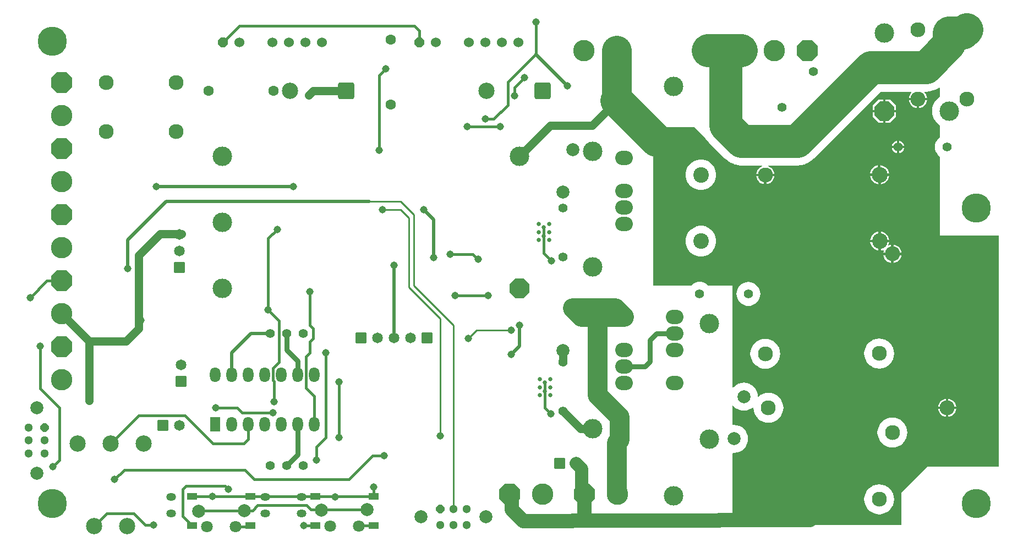
<source format=gtl>
G04*
G04 #@! TF.GenerationSoftware,Altium Limited,Altium Designer,21.3.2 (30)*
G04*
G04 Layer_Physical_Order=1*
G04 Layer_Color=255*
%FSLAX25Y25*%
%MOIN*%
G70*
G04*
G04 #@! TF.SameCoordinates,82E3065C-4493-458C-8774-CE3C9F48797D*
G04*
G04*
G04 #@! TF.FilePolarity,Positive*
G04*
G01*
G75*
%ADD10C,0.01000*%
%ADD14C,0.01500*%
%ADD17R,0.06000X0.04000*%
%ADD47C,0.05000*%
%ADD48C,0.02000*%
%ADD49C,0.08000*%
%ADD50C,0.12000*%
%ADD51C,0.08500*%
%ADD52C,0.20000*%
%ADD53C,0.03000*%
%ADD54C,0.18000*%
%ADD55P,0.05540X8X22.5*%
%ADD56C,0.05118*%
%ADD57C,0.07874*%
%ADD58P,0.05540X8X292.5*%
%ADD59C,0.05512*%
%ADD60C,0.11811*%
%ADD61C,0.12992*%
%ADD62P,0.14063X8X22.5*%
%ADD63O,0.10630X0.08819*%
%ADD64C,0.09055*%
%ADD65C,0.07087*%
%ADD66C,0.06000*%
%ADD67P,0.06494X8X22.5*%
%ADD68C,0.06500*%
G04:AMPARAMS|DCode=69|XSize=65mil|YSize=65mil|CornerRadius=3.25mil|HoleSize=0mil|Usage=FLASHONLY|Rotation=180.000|XOffset=0mil|YOffset=0mil|HoleType=Round|Shape=RoundedRectangle|*
%AMROUNDEDRECTD69*
21,1,0.06500,0.05850,0,0,180.0*
21,1,0.05850,0.06500,0,0,180.0*
1,1,0.00650,-0.02925,0.02925*
1,1,0.00650,0.02925,0.02925*
1,1,0.00650,0.02925,-0.02925*
1,1,0.00650,-0.02925,-0.02925*
%
%ADD69ROUNDEDRECTD69*%
%ADD70P,0.12784X8X292.5*%
G04:AMPARAMS|DCode=71|XSize=65mil|YSize=65mil|CornerRadius=3.25mil|HoleSize=0mil|Usage=FLASHONLY|Rotation=90.000|XOffset=0mil|YOffset=0mil|HoleType=Round|Shape=RoundedRectangle|*
%AMROUNDEDRECTD71*
21,1,0.06500,0.05850,0,0,90.0*
21,1,0.05850,0.06500,0,0,90.0*
1,1,0.00650,0.02925,0.02925*
1,1,0.00650,0.02925,-0.02925*
1,1,0.00650,-0.02925,-0.02925*
1,1,0.00650,-0.02925,0.02925*
%
%ADD71ROUNDEDRECTD71*%
%ADD72C,0.09843*%
G04:AMPARAMS|DCode=73|XSize=98.43mil|YSize=98.43mil|CornerRadius=9.84mil|HoleSize=0mil|Usage=FLASHONLY|Rotation=0.000|XOffset=0mil|YOffset=0mil|HoleType=Round|Shape=RoundedRectangle|*
%AMROUNDEDRECTD73*
21,1,0.09843,0.07874,0,0,0.0*
21,1,0.07874,0.09843,0,0,0.0*
1,1,0.01968,0.03937,-0.03937*
1,1,0.01968,-0.03937,-0.03937*
1,1,0.01968,-0.03937,0.03937*
1,1,0.01968,0.03937,0.03937*
%
%ADD73ROUNDEDRECTD73*%
%ADD74C,0.06299*%
%ADD75P,0.12784X8X202.5*%
%ADD76P,0.14063X8X292.5*%
%ADD77C,0.09449*%
%ADD78O,0.05906X0.04724*%
%ADD79O,0.06400X0.09000*%
%ADD80R,0.06400X0.09000*%
%ADD81C,0.17717*%
%ADD82C,0.04500*%
%ADD83C,0.02598*%
G36*
X692913Y451728D02*
Y446536D01*
X692365Y446200D01*
X691119Y445136D01*
X690056Y443891D01*
X689200Y442494D01*
X688573Y440981D01*
X688191Y439389D01*
X688062Y437756D01*
X688191Y436123D01*
X688573Y434530D01*
X689200Y433017D01*
X690056Y431621D01*
X691119Y430375D01*
X692365Y429312D01*
X692913Y428975D01*
X692913Y422033D01*
X691845Y421156D01*
X690938Y420051D01*
X690264Y418790D01*
X689849Y417422D01*
X689709Y416000D01*
X689849Y414578D01*
X690264Y413210D01*
X690938Y411949D01*
X691845Y410845D01*
X692913Y409967D01*
Y407480D01*
Y362205D01*
X728346D01*
Y222441D01*
X685039D01*
X669291Y206693D01*
Y187008D01*
X567000D01*
Y230458D01*
X567371Y230794D01*
X568047Y230727D01*
X569701Y230890D01*
X571292Y231372D01*
X572757Y232156D01*
X574042Y233210D01*
X575096Y234495D01*
X575880Y235960D01*
X576362Y237551D01*
X576525Y239205D01*
X576362Y240859D01*
X575880Y242449D01*
X575096Y243915D01*
X574042Y245199D01*
X572757Y246254D01*
X571292Y247037D01*
X569701Y247520D01*
X568047Y247682D01*
X567371Y247616D01*
X567000Y247952D01*
Y259226D01*
X567471Y259394D01*
X567958Y258801D01*
X569243Y257746D01*
X570708Y256963D01*
X572299Y256480D01*
X573953Y256317D01*
X575607Y256480D01*
X577197Y256963D01*
X578663Y257746D01*
X579362Y258320D01*
X579803Y258085D01*
X579795Y258000D01*
X579969Y256230D01*
X580485Y254529D01*
X581324Y252960D01*
X582452Y251586D01*
X583826Y250458D01*
X585395Y249619D01*
X587096Y249103D01*
X588866Y248929D01*
X590636Y249103D01*
X592338Y249619D01*
X593906Y250458D01*
X595281Y251586D01*
X596409Y252960D01*
X597247Y254529D01*
X597763Y256230D01*
X597937Y258000D01*
X597763Y259770D01*
X597247Y261471D01*
X596409Y263040D01*
X595281Y264414D01*
X593906Y265543D01*
X592338Y266381D01*
X590636Y266897D01*
X588866Y267071D01*
X587096Y266897D01*
X585395Y266381D01*
X583826Y265543D01*
X582914Y264793D01*
X582910Y264794D01*
X582408Y265025D01*
X582268Y266449D01*
X581785Y268040D01*
X581002Y269505D01*
X579948Y270790D01*
X578663Y271844D01*
X577197Y272628D01*
X575607Y273110D01*
X573953Y273273D01*
X572299Y273110D01*
X570708Y272628D01*
X569243Y271844D01*
X567958Y270790D01*
X567471Y270196D01*
X567000Y270365D01*
Y332000D01*
X552498D01*
X551862Y332636D01*
X550673Y333430D01*
X549353Y333977D01*
X547951Y334256D01*
X546522D01*
X545120Y333977D01*
X543799Y333430D01*
X542611Y332636D01*
X541975Y332000D01*
X519000D01*
Y428000D01*
X544000D01*
X550924Y421076D01*
X551225Y420585D01*
X552707Y418849D01*
X562550Y409007D01*
X564285Y407524D01*
X565025Y407071D01*
X566231Y406332D01*
X567286Y405895D01*
X568340Y405458D01*
X569450Y405192D01*
X570559Y404926D01*
X572000Y404812D01*
D01*
X572835Y404746D01*
X585122D01*
X585222Y404247D01*
X584212Y403828D01*
X583058Y402942D01*
X582172Y401788D01*
X581615Y400443D01*
X581524Y399750D01*
X587000D01*
X592477D01*
X592385Y400443D01*
X591828Y401788D01*
X590942Y402942D01*
X589788Y403828D01*
X588778Y404247D01*
X588877Y404746D01*
X606299D01*
X608574Y404926D01*
X610794Y405458D01*
X611848Y405895D01*
X612902Y406332D01*
X614849Y407524D01*
X616584Y409007D01*
X657060Y449483D01*
X675457D01*
X675617Y449009D01*
X675530Y448942D01*
X674644Y447788D01*
X674087Y446443D01*
X673996Y445750D01*
X679472D01*
X684949D01*
X684858Y446443D01*
X684301Y447788D01*
X683415Y448942D01*
X683327Y449009D01*
X683488Y449483D01*
X684276D01*
X686552Y449662D01*
X688771Y450195D01*
X689825Y450631D01*
X690880Y451068D01*
X692413Y452008D01*
X692913Y451728D01*
D02*
G37*
%LPC*%
G36*
X684949Y444250D02*
X680223D01*
Y439524D01*
X680915Y439615D01*
X682260Y440172D01*
X683415Y441058D01*
X684301Y442212D01*
X684858Y443557D01*
X684949Y444250D01*
D02*
G37*
G36*
X678722D02*
X673996D01*
X674087Y443557D01*
X674644Y442212D01*
X675530Y441058D01*
X676685Y440172D01*
X678029Y439615D01*
X678722Y439524D01*
Y444250D01*
D02*
G37*
G36*
X662583Y444661D02*
X659880D01*
Y438506D01*
X666035D01*
Y441209D01*
X662583Y444661D01*
D02*
G37*
G36*
X658380D02*
X655677D01*
X652224Y441209D01*
Y438506D01*
X658380D01*
Y444661D01*
D02*
G37*
G36*
X666035Y437006D02*
X659880D01*
Y430850D01*
X662583D01*
X666035Y434303D01*
Y437006D01*
D02*
G37*
G36*
X658380D02*
X652224D01*
Y434303D01*
X655677Y430850D01*
X658380D01*
Y437006D01*
D02*
G37*
G36*
X668222Y419690D02*
Y416750D01*
X671162D01*
X671132Y416981D01*
X670753Y417894D01*
X670151Y418679D01*
X669367Y419281D01*
X668453Y419659D01*
X668222Y419690D01*
D02*
G37*
G36*
X666722D02*
X666492Y419659D01*
X665578Y419281D01*
X664794Y418679D01*
X664192Y417894D01*
X663813Y416981D01*
X663783Y416750D01*
X666722D01*
Y419690D01*
D02*
G37*
G36*
X671162Y415250D02*
X668222D01*
Y412310D01*
X668453Y412341D01*
X669367Y412719D01*
X670151Y413321D01*
X670753Y414106D01*
X671132Y415020D01*
X671162Y415250D01*
D02*
G37*
G36*
X666722D02*
X663783D01*
X663813Y415020D01*
X664192Y414106D01*
X664794Y413321D01*
X665578Y412719D01*
X666492Y412341D01*
X666722Y412310D01*
Y415250D01*
D02*
G37*
G36*
X655250Y404902D02*
X654557Y404810D01*
X653212Y404253D01*
X652058Y403368D01*
X651172Y402213D01*
X650615Y400868D01*
X650524Y400175D01*
X655250D01*
Y404902D01*
D02*
G37*
G36*
X656750D02*
Y399907D01*
X661943D01*
X661845Y400652D01*
X661268Y402044D01*
X660350Y403240D01*
X659155Y404158D01*
X657762Y404735D01*
X657563Y404761D01*
X657443Y404810D01*
X656750Y404902D01*
D02*
G37*
G36*
X656268Y399425D02*
X656000D01*
Y399158D01*
X656268D01*
Y399425D01*
D02*
G37*
G36*
X592477Y398250D02*
X587750D01*
Y393524D01*
X588443Y393615D01*
X589788Y394172D01*
X590942Y395058D01*
X591828Y396212D01*
X592385Y397557D01*
X592477Y398250D01*
D02*
G37*
G36*
X586250D02*
X581524D01*
X581615Y397557D01*
X582172Y396212D01*
X583058Y395058D01*
X584212Y394172D01*
X585557Y393615D01*
X586250Y393524D01*
Y398250D01*
D02*
G37*
G36*
X661943Y398408D02*
X657018D01*
Y393482D01*
X657762Y393580D01*
X659155Y394157D01*
X660350Y395075D01*
X661268Y396271D01*
X661845Y397663D01*
X661943Y398408D01*
D02*
G37*
G36*
X655518Y398384D02*
X650524D01*
X650615Y397691D01*
X651172Y396346D01*
X652058Y395192D01*
X652149Y395121D01*
X652185Y395075D01*
X653381Y394157D01*
X654773Y393580D01*
X655518Y393482D01*
Y398384D01*
D02*
G37*
G36*
X548909Y408382D02*
X547091D01*
X545309Y408027D01*
X543631Y407332D01*
X542120Y406322D01*
X540835Y405038D01*
X539825Y403527D01*
X539130Y401848D01*
X538776Y400066D01*
Y398249D01*
X539130Y396467D01*
X539825Y394788D01*
X540835Y393277D01*
X542120Y391992D01*
X543631Y390983D01*
X545309Y390288D01*
X547091Y389933D01*
X548909D01*
X550691Y390288D01*
X552369Y390983D01*
X553880Y391992D01*
X555165Y393277D01*
X556175Y394788D01*
X556870Y396467D01*
X557224Y398249D01*
Y400066D01*
X556870Y401848D01*
X556175Y403527D01*
X555165Y405038D01*
X553880Y406322D01*
X552369Y407332D01*
X550691Y408027D01*
X548909Y408382D01*
D02*
G37*
G36*
X657018Y364675D02*
Y359750D01*
X661943D01*
X661845Y360494D01*
X661268Y361887D01*
X660350Y363083D01*
X659155Y364000D01*
X657762Y364577D01*
X657018Y364675D01*
D02*
G37*
G36*
X655518D02*
X654773Y364577D01*
X653381Y364000D01*
X652185Y363083D01*
X651267Y361887D01*
X650691Y360494D01*
X650593Y359750D01*
X655518D01*
Y364675D01*
D02*
G37*
G36*
Y358250D02*
X650593D01*
X650691Y357506D01*
X651267Y356113D01*
X652185Y354917D01*
X653381Y354000D01*
X654773Y353423D01*
X655518Y353325D01*
Y358250D01*
D02*
G37*
G36*
X664750Y356744D02*
Y352018D01*
X669477D01*
X669385Y352711D01*
X668828Y354055D01*
X667942Y355210D01*
X666788Y356096D01*
X665443Y356653D01*
X664750Y356744D01*
D02*
G37*
G36*
X661943Y358250D02*
X657018D01*
Y353325D01*
X657762Y353423D01*
X658544Y353747D01*
X658897Y353393D01*
X658615Y352711D01*
X658524Y352018D01*
X663250D01*
Y356744D01*
X662557Y356653D01*
X661874Y356370D01*
X661521Y356724D01*
X661845Y357506D01*
X661943Y358250D01*
D02*
G37*
G36*
X548909Y368224D02*
X547091D01*
X545309Y367870D01*
X543631Y367175D01*
X542120Y366165D01*
X540835Y364880D01*
X539825Y363369D01*
X539130Y361691D01*
X538776Y359909D01*
Y358091D01*
X539130Y356309D01*
X539825Y354631D01*
X540835Y353120D01*
X542120Y351835D01*
X543631Y350825D01*
X545309Y350130D01*
X547091Y349776D01*
X548909D01*
X550691Y350130D01*
X552369Y350825D01*
X553880Y351835D01*
X555165Y353120D01*
X556175Y354631D01*
X556870Y356309D01*
X557224Y358091D01*
Y359909D01*
X556870Y361691D01*
X556175Y363369D01*
X555165Y364880D01*
X553880Y366165D01*
X552369Y367175D01*
X550691Y367870D01*
X548909Y368224D01*
D02*
G37*
G36*
X669477Y350518D02*
X664750D01*
Y345791D01*
X665443Y345882D01*
X666788Y346439D01*
X667942Y347325D01*
X668828Y348480D01*
X669385Y349825D01*
X669477Y350518D01*
D02*
G37*
G36*
X663250D02*
X658524D01*
X658615Y349825D01*
X659172Y348480D01*
X660058Y347325D01*
X661212Y346439D01*
X662557Y345882D01*
X663250Y345791D01*
Y350518D01*
D02*
G37*
G36*
X576764Y334291D02*
X575341Y334151D01*
X573974Y333736D01*
X572713Y333062D01*
X571885Y332383D01*
X571502Y332000D01*
X571481D01*
X570702Y331051D01*
X570028Y329790D01*
X569613Y328422D01*
X569473Y327000D01*
X569613Y325578D01*
X570028Y324210D01*
X570702Y322949D01*
X571608Y321845D01*
X572713Y320938D01*
X573974Y320264D01*
X575341Y319849D01*
X576764Y319709D01*
X578186Y319849D01*
X579554Y320264D01*
X580815Y320938D01*
X581919Y321845D01*
X582826Y322949D01*
X583500Y324210D01*
X583915Y325578D01*
X584055Y327000D01*
X583915Y328422D01*
X583500Y329790D01*
X582826Y331051D01*
X581919Y332155D01*
X580815Y333062D01*
X579554Y333736D01*
X578186Y334151D01*
X576764Y334291D01*
D02*
G37*
G36*
X656000Y299937D02*
X654230Y299763D01*
X652529Y299247D01*
X650960Y298409D01*
X649586Y297281D01*
X648457Y295906D01*
X647619Y294338D01*
X647103Y292636D01*
X646929Y290866D01*
X647103Y289096D01*
X647619Y287395D01*
X648457Y285826D01*
X649586Y284452D01*
X650960Y283324D01*
X652529Y282485D01*
X654230Y281969D01*
X656000Y281795D01*
X657770Y281969D01*
X659471Y282485D01*
X661040Y283324D01*
X662414Y284452D01*
X663543Y285826D01*
X664381Y287395D01*
X664897Y289096D01*
X665071Y290866D01*
X664897Y292636D01*
X664381Y294338D01*
X663543Y295906D01*
X662414Y297281D01*
X661040Y298409D01*
X659471Y299247D01*
X657770Y299763D01*
X656000Y299937D01*
D02*
G37*
G36*
X587000Y299803D02*
X585230Y299629D01*
X583529Y299113D01*
X581960Y298275D01*
X580586Y297147D01*
X579458Y295772D01*
X578619Y294204D01*
X578103Y292502D01*
X577929Y290732D01*
X578103Y288963D01*
X578619Y287261D01*
X579458Y285693D01*
X580586Y284318D01*
X581960Y283190D01*
X583529Y282351D01*
X585230Y281835D01*
X587000Y281661D01*
X588770Y281835D01*
X590471Y282351D01*
X592040Y283190D01*
X593414Y284318D01*
X594543Y285693D01*
X595381Y287261D01*
X595897Y288963D01*
X596071Y290732D01*
X595897Y292502D01*
X595381Y294204D01*
X594543Y295772D01*
X593414Y297147D01*
X592040Y298275D01*
X590471Y299113D01*
X588770Y299629D01*
X587000Y299803D01*
D02*
G37*
G36*
X697884Y263476D02*
Y258750D01*
X702610D01*
X702519Y259443D01*
X701962Y260788D01*
X701076Y261942D01*
X699922Y262828D01*
X698577Y263385D01*
X697884Y263476D01*
D02*
G37*
G36*
X696384Y263476D02*
X695691Y263385D01*
X694346Y262828D01*
X693192Y261942D01*
X692306Y260788D01*
X691749Y259443D01*
X691657Y258750D01*
X696384D01*
Y263476D01*
D02*
G37*
G36*
Y257250D02*
X691657D01*
X691749Y256557D01*
X692306Y255212D01*
X693192Y254058D01*
X694346Y253172D01*
X695691Y252615D01*
X696384Y252523D01*
Y257250D01*
D02*
G37*
G36*
X702610D02*
X697884D01*
Y252523D01*
X698577Y252615D01*
X699922Y253172D01*
X701076Y254058D01*
X701962Y255212D01*
X702519Y256557D01*
X702610Y257250D01*
D02*
G37*
G36*
X664000Y252071D02*
X662230Y251897D01*
X660529Y251381D01*
X658960Y250542D01*
X657586Y249414D01*
X656458Y248040D01*
X655619Y246471D01*
X655103Y244770D01*
X654929Y243000D01*
X655103Y241230D01*
X655619Y239529D01*
X656458Y237960D01*
X657586Y236586D01*
X658960Y235457D01*
X660529Y234619D01*
X662230Y234103D01*
X664000Y233929D01*
X665770Y234103D01*
X667471Y234619D01*
X669040Y235457D01*
X670414Y236586D01*
X671543Y237960D01*
X672381Y239529D01*
X672897Y241230D01*
X673071Y243000D01*
X672897Y244770D01*
X672381Y246471D01*
X671543Y248040D01*
X670414Y249414D01*
X669040Y250542D01*
X667471Y251381D01*
X665770Y251897D01*
X664000Y252071D01*
D02*
G37*
G36*
X656000Y211646D02*
X654230Y211472D01*
X652529Y210956D01*
X650960Y210117D01*
X649586Y208989D01*
X648457Y207614D01*
X647619Y206046D01*
X647103Y204345D01*
X646929Y202575D01*
X647103Y200805D01*
X647619Y199103D01*
X648457Y197535D01*
X649586Y196160D01*
X650960Y195032D01*
X652529Y194194D01*
X654230Y193678D01*
X656000Y193504D01*
X657770Y193678D01*
X659471Y194194D01*
X661040Y195032D01*
X662414Y196160D01*
X663543Y197535D01*
X664381Y199103D01*
X664897Y200805D01*
X665071Y202575D01*
X664897Y204345D01*
X664381Y206046D01*
X663543Y207614D01*
X662414Y208989D01*
X661040Y210117D01*
X659471Y210956D01*
X657770Y211472D01*
X656000Y211646D01*
D02*
G37*
%LPD*%
G54D10*
X371000Y331000D02*
Y373000D01*
X366000Y378000D01*
X355000D01*
X366000Y383000D02*
X374000Y375000D01*
Y332000D01*
X398126Y307874D01*
Y196843D01*
X390000Y241000D02*
Y312000D01*
X371000Y331000D01*
X412118Y305118D02*
X433071D01*
X412118D02*
X407000Y300000D01*
X366000Y383000D02*
X347000D01*
G54D14*
X180500Y186500D02*
X188000Y194000D01*
X204500D01*
X211492Y187008D01*
X216535D01*
X234252Y192281D02*
X239784Y186750D01*
X243721Y195768D02*
X271280D01*
X276268D01*
X279500Y199000D01*
X309000D01*
X311732Y196268D01*
X345779D01*
X349716Y204250D02*
Y209953D01*
Y204250D02*
X314283D01*
X275217D01*
X239784D01*
X259842Y210630D02*
X261811Y208661D01*
X259842Y210630D02*
X236221D01*
X234252Y208661D01*
Y192281D01*
X192913Y214567D02*
X198819Y220472D01*
X271654D01*
X277559Y214567D01*
X334646D01*
X349079Y229000D01*
X356000D01*
X328740Y240158D02*
Y273622D01*
X320866Y291339D02*
Y240158D01*
X314961Y234252D01*
Y226378D01*
X313653Y248000D02*
Y265087D01*
X308703Y270037D01*
Y289019D01*
X311000Y291315D01*
Y298000D01*
X313000Y300000D01*
Y306000D01*
X311000Y308000D01*
Y327580D01*
X285846Y360650D02*
X291339Y366142D01*
X285846Y360650D02*
Y317342D01*
X292494Y310695D01*
Y285807D01*
X288703Y282017D01*
Y274650D01*
X289370Y273983D01*
Y261811D01*
X288653Y255000D02*
X270000D01*
X267000Y258000D01*
X254000D01*
X252500Y236500D02*
X271000D01*
X273654Y239154D01*
Y248000D01*
X252500Y236500D02*
X235500Y253500D01*
X207500D01*
X190500Y236500D01*
X147638Y269685D02*
X159449Y257874D01*
Y226378D01*
X155512Y222441D01*
X147638Y269685D02*
Y295276D01*
X151929Y335000D02*
X160748D01*
X151929D02*
X141732Y324803D01*
X266161Y185925D02*
X274392D01*
X275217Y186750D01*
X307345D02*
X314283D01*
X340986D02*
X349716D01*
X340986D02*
X340661Y186425D01*
X453500Y258000D02*
X457000Y254500D01*
X453500Y258000D02*
Y268138D01*
Y273256D01*
X419000Y326000D02*
X399000D01*
X409636Y351000D02*
X412636Y348000D01*
X413000D01*
X409636Y351000D02*
X396000D01*
X452850Y351650D02*
X457500Y347000D01*
X452850Y362138D02*
Y367256D01*
Y362138D02*
Y351650D01*
X431000Y441500D02*
Y455500D01*
X448000Y472500D01*
Y491801D01*
Y491881D01*
X441000Y458000D02*
X435000Y452000D01*
Y447000D01*
X431000Y441500D02*
X422500Y433000D01*
X417500D01*
X426500Y428500D02*
X406500D01*
X377500Y479500D02*
Y486500D01*
X374500Y489500D01*
X268500D01*
X258500Y479500D01*
X353000Y414000D02*
Y459500D01*
X357000Y463500D01*
G54D17*
X239784Y186750D02*
D03*
Y204250D02*
D03*
X275217Y186750D02*
D03*
Y204250D02*
D03*
X314283Y186750D02*
D03*
Y204250D02*
D03*
X349716Y186750D02*
D03*
Y204250D02*
D03*
G54D47*
X177400Y262500D02*
Y298348D01*
X199848D01*
X207500Y306000D01*
Y350500D01*
X220500Y363500D01*
X233500D01*
X177400Y298348D02*
X160748Y315000D01*
X310500Y447500D02*
X313000Y450000D01*
X333000D01*
X438000Y410500D02*
X456634Y429134D01*
X482189D01*
X497000Y443945D01*
X464547Y292705D02*
X464500Y292657D01*
Y285528D01*
Y256000D02*
X475000Y245500D01*
X482500D01*
G54D48*
X263653Y278000D02*
Y291213D01*
X275441Y303000D01*
X287000D01*
X362000Y300374D02*
Y344374D01*
X386000Y349000D02*
Y372000D01*
X380000Y378000D01*
X347000Y383000D02*
X224000D01*
X200787Y359787D01*
Y342520D01*
X218000Y392000D02*
X301000D01*
X433000Y290500D02*
X438000Y295500D01*
Y308000D01*
X467000Y453000D02*
X448000Y472000D01*
Y472500D01*
G54D49*
X477500Y205748D02*
X475909Y207339D01*
Y221099D01*
X472598Y224410D01*
G54D50*
X470453Y318295D02*
X475748D01*
X485000D01*
X496205D01*
X501500Y313000D01*
X496205D01*
X485000D01*
X485500Y312500D01*
Y265701D01*
X498906Y252295D01*
Y238705D01*
X497000Y236799D01*
Y206517D01*
X497500Y206016D01*
Y205748D01*
X485000Y313000D02*
X482500Y315500D01*
Y313000D02*
X475748D01*
X470453Y318295D01*
G54D51*
X440500Y189500D02*
X470000D01*
X470319Y189819D01*
X477000D01*
X559067D01*
X559248Y190000D01*
X614078D01*
X477500Y205748D02*
Y190319D01*
X477000Y189819D01*
X433591Y196409D02*
X440500Y189500D01*
X433591Y196409D02*
Y203157D01*
X432000Y204748D01*
G54D52*
X497000Y443945D02*
X520972Y419972D01*
X572835Y419291D02*
X606299D01*
X651035Y464028D01*
X684276D01*
X698500Y478251D01*
Y485000D01*
X706874D01*
X709000Y487126D01*
X572500Y474252D02*
X562992D01*
Y474409D01*
Y474252D02*
X552500D01*
X562992D02*
Y454724D01*
Y429134D01*
X572835Y419291D01*
G54D53*
X297000Y223000D02*
X303654Y229654D01*
Y248000D01*
Y278000D02*
Y286347D01*
X297000Y293000D01*
Y303000D01*
X501500Y283000D02*
X514000D01*
X517000Y286000D01*
Y299000D01*
X521000Y303000D01*
X532000D01*
G54D54*
X497000Y443945D02*
Y474252D01*
G54D55*
X390252Y196843D02*
D03*
G54D56*
X150591Y230315D02*
D03*
Y238189D02*
D03*
X140748D02*
D03*
Y246063D02*
D03*
Y230315D02*
D03*
X390252Y187000D02*
D03*
X398126D02*
D03*
X406000D02*
D03*
Y196843D02*
D03*
X398126D02*
D03*
G54D57*
X145669Y218504D02*
D03*
Y257874D02*
D03*
X243721Y195374D02*
D03*
X271280Y195768D02*
D03*
X318220Y195874D02*
D03*
X345779Y196268D02*
D03*
X378441Y191921D02*
D03*
X417811D02*
D03*
X464547Y292705D02*
D03*
X470453Y318295D02*
D03*
X464547Y388705D02*
D03*
X470453Y414295D02*
D03*
X573953Y264795D02*
D03*
X568047Y239205D02*
D03*
G54D58*
X150591Y246063D02*
D03*
G54D59*
X287000Y223000D02*
D03*
X297000D02*
D03*
X307000D02*
D03*
Y303000D02*
D03*
X297000D02*
D03*
X287000D02*
D03*
X464500Y256000D02*
D03*
Y285528D02*
D03*
Y349500D02*
D03*
Y379028D02*
D03*
X547236Y327000D02*
D03*
X576764D02*
D03*
X667472Y416000D02*
D03*
X697000D02*
D03*
X616142Y461614D02*
D03*
X596949Y440000D02*
D03*
X616142Y432087D02*
D03*
X567421Y440000D02*
D03*
G54D60*
X258000Y330500D02*
D03*
Y370500D02*
D03*
Y410500D02*
D03*
X438000D02*
D03*
X482500Y413500D02*
D03*
X531496Y452756D02*
D03*
X482500Y343500D02*
D03*
Y315500D02*
D03*
Y245500D02*
D03*
X531496Y204724D02*
D03*
X553000Y239000D02*
D03*
Y309000D02*
D03*
X698500Y437756D02*
D03*
Y485000D02*
D03*
X659130D02*
D03*
G54D61*
X160748Y275000D02*
D03*
Y315000D02*
D03*
Y355000D02*
D03*
Y395000D02*
D03*
Y435000D02*
D03*
X452000Y205748D02*
D03*
X497500D02*
D03*
X592500Y474252D02*
D03*
X552500D02*
D03*
X477000D02*
D03*
G54D62*
X432000Y205748D02*
D03*
X477500D02*
D03*
X612500Y474252D02*
D03*
X572500D02*
D03*
X497000D02*
D03*
G54D63*
X501500Y273000D02*
D03*
Y283000D02*
D03*
Y293000D02*
D03*
Y313000D02*
D03*
X532000Y273000D02*
D03*
Y293000D02*
D03*
Y303000D02*
D03*
Y313000D02*
D03*
X501500Y369500D02*
D03*
Y379500D02*
D03*
Y389500D02*
D03*
Y409500D02*
D03*
G54D64*
X230000Y425472D02*
D03*
Y455000D02*
D03*
X187874D02*
D03*
Y425472D02*
D03*
X588866Y258000D02*
D03*
X587000Y290732D02*
D03*
X656000Y290866D02*
D03*
X664000Y243000D02*
D03*
X697134Y258000D02*
D03*
X656000Y202575D02*
D03*
X664000Y351268D02*
D03*
X656000Y399134D02*
D03*
Y399425D02*
D03*
X679472Y445000D02*
D03*
X709000D02*
D03*
Y487126D02*
D03*
X679472D02*
D03*
X587000Y399000D02*
D03*
G54D65*
X248839Y185925D02*
D03*
X266161D02*
D03*
X323339Y186425D02*
D03*
X340661D02*
D03*
G54D66*
X437500Y479500D02*
D03*
X427500D02*
D03*
X417500D02*
D03*
X407500D02*
D03*
X387500D02*
D03*
X318500D02*
D03*
X308500D02*
D03*
X298500D02*
D03*
X288500D02*
D03*
X268500D02*
D03*
G54D67*
X377500Y479500D02*
D03*
X258500D02*
D03*
G54D68*
X232000Y247500D02*
D03*
X233000Y284000D02*
D03*
X232000Y353000D02*
D03*
Y363000D02*
D03*
X352000Y300374D02*
D03*
X362000D02*
D03*
X372000D02*
D03*
X472598Y224410D02*
D03*
G54D69*
X222000Y247500D02*
D03*
X342000Y300374D02*
D03*
X382000D02*
D03*
X462598Y224410D02*
D03*
G54D70*
X659130Y437756D02*
D03*
G54D71*
X233000Y274000D02*
D03*
X232000Y343000D02*
D03*
G54D72*
X180500Y186500D02*
D03*
X200500D02*
D03*
X210500Y236500D02*
D03*
X190500D02*
D03*
X170500D02*
D03*
X299000Y450000D02*
D03*
X418000D02*
D03*
G54D73*
X452000Y450000D02*
D03*
X333000D02*
D03*
G54D74*
X360000Y441815D02*
D03*
Y481185D02*
D03*
X289185Y450000D02*
D03*
X249815D02*
D03*
G54D75*
X438000Y330500D02*
D03*
G54D76*
X160748Y295000D02*
D03*
Y335000D02*
D03*
Y375000D02*
D03*
Y415000D02*
D03*
Y455000D02*
D03*
G54D77*
X548000Y359000D02*
D03*
Y399158D02*
D03*
X656268Y359000D02*
D03*
Y399158D02*
D03*
G54D78*
X227000Y194000D02*
D03*
Y204000D02*
D03*
X284000D02*
D03*
Y194000D02*
D03*
X306000D02*
D03*
Y204000D02*
D03*
G54D79*
X263653Y248000D02*
D03*
X273654D02*
D03*
X283653D02*
D03*
X293653D02*
D03*
X303654D02*
D03*
X313653D02*
D03*
Y278000D02*
D03*
X303654D02*
D03*
X293653D02*
D03*
X283653D02*
D03*
X273654D02*
D03*
X263653D02*
D03*
X253654D02*
D03*
G54D80*
X253654Y248000D02*
D03*
G54D81*
X155000Y200000D02*
D03*
Y480000D02*
D03*
X714685Y200000D02*
D03*
Y379000D02*
D03*
G54D82*
X216535Y187008D02*
D03*
X192913Y214567D02*
D03*
X177400Y262500D02*
D03*
X155512Y222441D02*
D03*
X147638Y295276D02*
D03*
X141732Y324803D02*
D03*
X200787Y342520D02*
D03*
X208661Y311024D02*
D03*
X254000Y258000D02*
D03*
X288653Y255000D02*
D03*
X289370Y261811D02*
D03*
X314961Y226378D02*
D03*
X328740Y240158D02*
D03*
X349716Y209953D02*
D03*
X356000Y229000D02*
D03*
X390000Y241000D02*
D03*
X433000Y290500D02*
D03*
X433071Y305118D02*
D03*
X438000Y308000D02*
D03*
X419000Y326000D02*
D03*
X413000Y348000D02*
D03*
X399000Y326000D02*
D03*
X396000Y351000D02*
D03*
X386000Y349000D02*
D03*
X380000Y378000D02*
D03*
X355000D02*
D03*
X362000Y344374D02*
D03*
X407000Y300000D02*
D03*
X457000Y254500D02*
D03*
X457500Y347000D02*
D03*
X559055Y438976D02*
D03*
X566929Y446850D02*
D03*
Y454724D02*
D03*
X559055D02*
D03*
Y446850D02*
D03*
X467000Y453000D02*
D03*
X441000Y458000D02*
D03*
X435000Y447000D02*
D03*
X426500Y428500D02*
D03*
X417500Y433000D02*
D03*
X406500Y428500D02*
D03*
X357000Y463500D02*
D03*
X353000Y414000D02*
D03*
X310500Y447500D02*
D03*
X301000Y392000D02*
D03*
X291339Y366142D02*
D03*
X311000Y328189D02*
D03*
X285846Y317342D02*
D03*
X320866Y291339D02*
D03*
X328740Y273622D02*
D03*
X326500Y204000D02*
D03*
X307345Y186750D02*
D03*
X261811Y208661D02*
D03*
X252000Y204500D02*
D03*
X218000Y392000D02*
D03*
X448000Y491801D02*
D03*
G54D83*
X450350Y265776D02*
D03*
Y270500D02*
D03*
Y275224D02*
D03*
X453500Y273256D02*
D03*
Y268138D02*
D03*
X456650Y270500D02*
D03*
Y265776D02*
D03*
Y275224D02*
D03*
X456000Y359776D02*
D03*
Y364500D02*
D03*
X452850Y362138D02*
D03*
Y367256D02*
D03*
X449701Y364500D02*
D03*
Y359776D02*
D03*
Y369224D02*
D03*
X456000D02*
D03*
M02*

</source>
